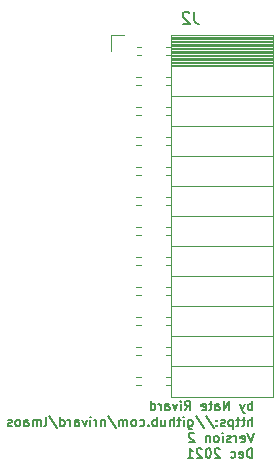
<source format=gbr>
%TF.GenerationSoftware,KiCad,Pcbnew,(5.1.12-1-10_14)*%
%TF.CreationDate,2022-01-05T14:26:23+01:00*%
%TF.ProjectId,viaduct,76696164-7563-4742-9e6b-696361645f70,rev?*%
%TF.SameCoordinates,Original*%
%TF.FileFunction,Legend,Bot*%
%TF.FilePolarity,Positive*%
%FSLAX46Y46*%
G04 Gerber Fmt 4.6, Leading zero omitted, Abs format (unit mm)*
G04 Created by KiCad (PCBNEW (5.1.12-1-10_14)) date 2022-01-05 14:26:23*
%MOMM*%
%LPD*%
G01*
G04 APERTURE LIST*
%ADD10C,0.150000*%
%ADD11C,0.120000*%
G04 APERTURE END LIST*
D10*
X185386023Y-130480404D02*
X185386023Y-129680404D01*
X185386023Y-129985166D02*
X185309833Y-129947071D01*
X185157452Y-129947071D01*
X185081261Y-129985166D01*
X185043166Y-130023261D01*
X185005071Y-130099452D01*
X185005071Y-130328023D01*
X185043166Y-130404214D01*
X185081261Y-130442309D01*
X185157452Y-130480404D01*
X185309833Y-130480404D01*
X185386023Y-130442309D01*
X184738404Y-129947071D02*
X184547928Y-130480404D01*
X184357452Y-129947071D02*
X184547928Y-130480404D01*
X184624119Y-130670880D01*
X184662214Y-130708976D01*
X184738404Y-130747071D01*
X183443166Y-130480404D02*
X183443166Y-129680404D01*
X182986023Y-130480404D01*
X182986023Y-129680404D01*
X182262214Y-130480404D02*
X182262214Y-130061357D01*
X182300309Y-129985166D01*
X182376500Y-129947071D01*
X182528880Y-129947071D01*
X182605071Y-129985166D01*
X182262214Y-130442309D02*
X182338404Y-130480404D01*
X182528880Y-130480404D01*
X182605071Y-130442309D01*
X182643166Y-130366119D01*
X182643166Y-130289928D01*
X182605071Y-130213738D01*
X182528880Y-130175642D01*
X182338404Y-130175642D01*
X182262214Y-130137547D01*
X181995547Y-129947071D02*
X181690785Y-129947071D01*
X181881261Y-129680404D02*
X181881261Y-130366119D01*
X181843166Y-130442309D01*
X181766976Y-130480404D01*
X181690785Y-130480404D01*
X181119357Y-130442309D02*
X181195547Y-130480404D01*
X181347928Y-130480404D01*
X181424119Y-130442309D01*
X181462214Y-130366119D01*
X181462214Y-130061357D01*
X181424119Y-129985166D01*
X181347928Y-129947071D01*
X181195547Y-129947071D01*
X181119357Y-129985166D01*
X181081261Y-130061357D01*
X181081261Y-130137547D01*
X181462214Y-130213738D01*
X179671738Y-130480404D02*
X179938404Y-130099452D01*
X180128880Y-130480404D02*
X180128880Y-129680404D01*
X179824119Y-129680404D01*
X179747928Y-129718500D01*
X179709833Y-129756595D01*
X179671738Y-129832785D01*
X179671738Y-129947071D01*
X179709833Y-130023261D01*
X179747928Y-130061357D01*
X179824119Y-130099452D01*
X180128880Y-130099452D01*
X179328880Y-130480404D02*
X179328880Y-129947071D01*
X179328880Y-129680404D02*
X179366976Y-129718500D01*
X179328880Y-129756595D01*
X179290785Y-129718500D01*
X179328880Y-129680404D01*
X179328880Y-129756595D01*
X179024119Y-129947071D02*
X178833642Y-130480404D01*
X178643166Y-129947071D01*
X177995547Y-130480404D02*
X177995547Y-130061357D01*
X178033642Y-129985166D01*
X178109833Y-129947071D01*
X178262214Y-129947071D01*
X178338404Y-129985166D01*
X177995547Y-130442309D02*
X178071738Y-130480404D01*
X178262214Y-130480404D01*
X178338404Y-130442309D01*
X178376500Y-130366119D01*
X178376500Y-130289928D01*
X178338404Y-130213738D01*
X178262214Y-130175642D01*
X178071738Y-130175642D01*
X177995547Y-130137547D01*
X177614595Y-130480404D02*
X177614595Y-129947071D01*
X177614595Y-130099452D02*
X177576500Y-130023261D01*
X177538404Y-129985166D01*
X177462214Y-129947071D01*
X177386023Y-129947071D01*
X176776500Y-130480404D02*
X176776500Y-129680404D01*
X176776500Y-130442309D02*
X176852690Y-130480404D01*
X177005071Y-130480404D01*
X177081261Y-130442309D01*
X177119357Y-130404214D01*
X177157452Y-130328023D01*
X177157452Y-130099452D01*
X177119357Y-130023261D01*
X177081261Y-129985166D01*
X177005071Y-129947071D01*
X176852690Y-129947071D01*
X176776500Y-129985166D01*
X185386023Y-131830404D02*
X185386023Y-131030404D01*
X185043166Y-131830404D02*
X185043166Y-131411357D01*
X185081261Y-131335166D01*
X185157452Y-131297071D01*
X185271738Y-131297071D01*
X185347928Y-131335166D01*
X185386023Y-131373261D01*
X184776500Y-131297071D02*
X184471738Y-131297071D01*
X184662214Y-131030404D02*
X184662214Y-131716119D01*
X184624119Y-131792309D01*
X184547928Y-131830404D01*
X184471738Y-131830404D01*
X184319357Y-131297071D02*
X184014595Y-131297071D01*
X184205071Y-131030404D02*
X184205071Y-131716119D01*
X184166976Y-131792309D01*
X184090785Y-131830404D01*
X184014595Y-131830404D01*
X183747928Y-131297071D02*
X183747928Y-132097071D01*
X183747928Y-131335166D02*
X183671738Y-131297071D01*
X183519357Y-131297071D01*
X183443166Y-131335166D01*
X183405071Y-131373261D01*
X183366976Y-131449452D01*
X183366976Y-131678023D01*
X183405071Y-131754214D01*
X183443166Y-131792309D01*
X183519357Y-131830404D01*
X183671738Y-131830404D01*
X183747928Y-131792309D01*
X183062214Y-131792309D02*
X182986023Y-131830404D01*
X182833642Y-131830404D01*
X182757452Y-131792309D01*
X182719357Y-131716119D01*
X182719357Y-131678023D01*
X182757452Y-131601833D01*
X182833642Y-131563738D01*
X182947928Y-131563738D01*
X183024119Y-131525642D01*
X183062214Y-131449452D01*
X183062214Y-131411357D01*
X183024119Y-131335166D01*
X182947928Y-131297071D01*
X182833642Y-131297071D01*
X182757452Y-131335166D01*
X182376500Y-131754214D02*
X182338404Y-131792309D01*
X182376500Y-131830404D01*
X182414595Y-131792309D01*
X182376500Y-131754214D01*
X182376500Y-131830404D01*
X182376500Y-131335166D02*
X182338404Y-131373261D01*
X182376500Y-131411357D01*
X182414595Y-131373261D01*
X182376500Y-131335166D01*
X182376500Y-131411357D01*
X181424119Y-130992309D02*
X182109833Y-132020880D01*
X180586023Y-130992309D02*
X181271738Y-132020880D01*
X179976499Y-131297071D02*
X179976499Y-131944690D01*
X180014595Y-132020880D01*
X180052690Y-132058976D01*
X180128880Y-132097071D01*
X180243166Y-132097071D01*
X180319357Y-132058976D01*
X179976499Y-131792309D02*
X180052690Y-131830404D01*
X180205071Y-131830404D01*
X180281261Y-131792309D01*
X180319357Y-131754214D01*
X180357452Y-131678023D01*
X180357452Y-131449452D01*
X180319357Y-131373261D01*
X180281261Y-131335166D01*
X180205071Y-131297071D01*
X180052690Y-131297071D01*
X179976499Y-131335166D01*
X179595547Y-131830404D02*
X179595547Y-131297071D01*
X179595547Y-131030404D02*
X179633642Y-131068500D01*
X179595547Y-131106595D01*
X179557452Y-131068500D01*
X179595547Y-131030404D01*
X179595547Y-131106595D01*
X179328880Y-131297071D02*
X179024119Y-131297071D01*
X179214595Y-131030404D02*
X179214595Y-131716119D01*
X179176499Y-131792309D01*
X179100309Y-131830404D01*
X179024119Y-131830404D01*
X178757452Y-131830404D02*
X178757452Y-131030404D01*
X178414595Y-131830404D02*
X178414595Y-131411357D01*
X178452690Y-131335166D01*
X178528880Y-131297071D01*
X178643166Y-131297071D01*
X178719357Y-131335166D01*
X178757452Y-131373261D01*
X177690785Y-131297071D02*
X177690785Y-131830404D01*
X178033642Y-131297071D02*
X178033642Y-131716119D01*
X177995547Y-131792309D01*
X177919357Y-131830404D01*
X177805071Y-131830404D01*
X177728880Y-131792309D01*
X177690785Y-131754214D01*
X177309833Y-131830404D02*
X177309833Y-131030404D01*
X177309833Y-131335166D02*
X177233642Y-131297071D01*
X177081261Y-131297071D01*
X177005071Y-131335166D01*
X176966976Y-131373261D01*
X176928880Y-131449452D01*
X176928880Y-131678023D01*
X176966976Y-131754214D01*
X177005071Y-131792309D01*
X177081261Y-131830404D01*
X177233642Y-131830404D01*
X177309833Y-131792309D01*
X176586023Y-131754214D02*
X176547928Y-131792309D01*
X176586023Y-131830404D01*
X176624119Y-131792309D01*
X176586023Y-131754214D01*
X176586023Y-131830404D01*
X175862214Y-131792309D02*
X175938404Y-131830404D01*
X176090785Y-131830404D01*
X176166976Y-131792309D01*
X176205071Y-131754214D01*
X176243166Y-131678023D01*
X176243166Y-131449452D01*
X176205071Y-131373261D01*
X176166976Y-131335166D01*
X176090785Y-131297071D01*
X175938404Y-131297071D01*
X175862214Y-131335166D01*
X175405071Y-131830404D02*
X175481261Y-131792309D01*
X175519357Y-131754214D01*
X175557452Y-131678023D01*
X175557452Y-131449452D01*
X175519357Y-131373261D01*
X175481261Y-131335166D01*
X175405071Y-131297071D01*
X175290785Y-131297071D01*
X175214595Y-131335166D01*
X175176499Y-131373261D01*
X175138404Y-131449452D01*
X175138404Y-131678023D01*
X175176499Y-131754214D01*
X175214595Y-131792309D01*
X175290785Y-131830404D01*
X175405071Y-131830404D01*
X174795547Y-131830404D02*
X174795547Y-131297071D01*
X174795547Y-131373261D02*
X174757452Y-131335166D01*
X174681261Y-131297071D01*
X174566976Y-131297071D01*
X174490785Y-131335166D01*
X174452690Y-131411357D01*
X174452690Y-131830404D01*
X174452690Y-131411357D02*
X174414595Y-131335166D01*
X174338404Y-131297071D01*
X174224119Y-131297071D01*
X174147928Y-131335166D01*
X174109833Y-131411357D01*
X174109833Y-131830404D01*
X173157452Y-130992309D02*
X173843166Y-132020880D01*
X172890785Y-131297071D02*
X172890785Y-131830404D01*
X172890785Y-131373261D02*
X172852690Y-131335166D01*
X172776499Y-131297071D01*
X172662214Y-131297071D01*
X172586023Y-131335166D01*
X172547928Y-131411357D01*
X172547928Y-131830404D01*
X172166976Y-131830404D02*
X172166976Y-131297071D01*
X172166976Y-131449452D02*
X172128880Y-131373261D01*
X172090785Y-131335166D01*
X172014595Y-131297071D01*
X171938404Y-131297071D01*
X171671738Y-131830404D02*
X171671738Y-131297071D01*
X171671738Y-131030404D02*
X171709833Y-131068500D01*
X171671738Y-131106595D01*
X171633642Y-131068500D01*
X171671738Y-131030404D01*
X171671738Y-131106595D01*
X171366976Y-131297071D02*
X171176499Y-131830404D01*
X170986023Y-131297071D01*
X170338404Y-131830404D02*
X170338404Y-131411357D01*
X170376499Y-131335166D01*
X170452690Y-131297071D01*
X170605071Y-131297071D01*
X170681261Y-131335166D01*
X170338404Y-131792309D02*
X170414595Y-131830404D01*
X170605071Y-131830404D01*
X170681261Y-131792309D01*
X170719357Y-131716119D01*
X170719357Y-131639928D01*
X170681261Y-131563738D01*
X170605071Y-131525642D01*
X170414595Y-131525642D01*
X170338404Y-131487547D01*
X169957452Y-131830404D02*
X169957452Y-131297071D01*
X169957452Y-131449452D02*
X169919357Y-131373261D01*
X169881261Y-131335166D01*
X169805071Y-131297071D01*
X169728880Y-131297071D01*
X169119357Y-131830404D02*
X169119357Y-131030404D01*
X169119357Y-131792309D02*
X169195547Y-131830404D01*
X169347928Y-131830404D01*
X169424119Y-131792309D01*
X169462214Y-131754214D01*
X169500309Y-131678023D01*
X169500309Y-131449452D01*
X169462214Y-131373261D01*
X169424119Y-131335166D01*
X169347928Y-131297071D01*
X169195547Y-131297071D01*
X169119357Y-131335166D01*
X168166976Y-130992309D02*
X168852690Y-132020880D01*
X167786023Y-131830404D02*
X167862214Y-131792309D01*
X167900309Y-131716119D01*
X167900309Y-131030404D01*
X167481261Y-131830404D02*
X167481261Y-131297071D01*
X167481261Y-131373261D02*
X167443166Y-131335166D01*
X167366976Y-131297071D01*
X167252690Y-131297071D01*
X167176500Y-131335166D01*
X167138404Y-131411357D01*
X167138404Y-131830404D01*
X167138404Y-131411357D02*
X167100309Y-131335166D01*
X167024119Y-131297071D01*
X166909833Y-131297071D01*
X166833642Y-131335166D01*
X166795547Y-131411357D01*
X166795547Y-131830404D01*
X166071738Y-131830404D02*
X166071738Y-131411357D01*
X166109833Y-131335166D01*
X166186023Y-131297071D01*
X166338404Y-131297071D01*
X166414595Y-131335166D01*
X166071738Y-131792309D02*
X166147928Y-131830404D01*
X166338404Y-131830404D01*
X166414595Y-131792309D01*
X166452690Y-131716119D01*
X166452690Y-131639928D01*
X166414595Y-131563738D01*
X166338404Y-131525642D01*
X166147928Y-131525642D01*
X166071738Y-131487547D01*
X165576500Y-131830404D02*
X165652690Y-131792309D01*
X165690785Y-131754214D01*
X165728880Y-131678023D01*
X165728880Y-131449452D01*
X165690785Y-131373261D01*
X165652690Y-131335166D01*
X165576500Y-131297071D01*
X165462214Y-131297071D01*
X165386023Y-131335166D01*
X165347928Y-131373261D01*
X165309833Y-131449452D01*
X165309833Y-131678023D01*
X165347928Y-131754214D01*
X165386023Y-131792309D01*
X165462214Y-131830404D01*
X165576500Y-131830404D01*
X165005071Y-131792309D02*
X164928880Y-131830404D01*
X164776500Y-131830404D01*
X164700309Y-131792309D01*
X164662214Y-131716119D01*
X164662214Y-131678023D01*
X164700309Y-131601833D01*
X164776500Y-131563738D01*
X164890785Y-131563738D01*
X164966976Y-131525642D01*
X165005071Y-131449452D01*
X165005071Y-131411357D01*
X164966976Y-131335166D01*
X164890785Y-131297071D01*
X164776500Y-131297071D01*
X164700309Y-131335166D01*
X185500309Y-132380404D02*
X185233642Y-133180404D01*
X184966976Y-132380404D01*
X184395547Y-133142309D02*
X184471738Y-133180404D01*
X184624119Y-133180404D01*
X184700309Y-133142309D01*
X184738404Y-133066119D01*
X184738404Y-132761357D01*
X184700309Y-132685166D01*
X184624119Y-132647071D01*
X184471738Y-132647071D01*
X184395547Y-132685166D01*
X184357452Y-132761357D01*
X184357452Y-132837547D01*
X184738404Y-132913738D01*
X184014595Y-133180404D02*
X184014595Y-132647071D01*
X184014595Y-132799452D02*
X183976500Y-132723261D01*
X183938404Y-132685166D01*
X183862214Y-132647071D01*
X183786023Y-132647071D01*
X183557452Y-133142309D02*
X183481261Y-133180404D01*
X183328880Y-133180404D01*
X183252690Y-133142309D01*
X183214595Y-133066119D01*
X183214595Y-133028023D01*
X183252690Y-132951833D01*
X183328880Y-132913738D01*
X183443166Y-132913738D01*
X183519357Y-132875642D01*
X183557452Y-132799452D01*
X183557452Y-132761357D01*
X183519357Y-132685166D01*
X183443166Y-132647071D01*
X183328880Y-132647071D01*
X183252690Y-132685166D01*
X182871738Y-133180404D02*
X182871738Y-132647071D01*
X182871738Y-132380404D02*
X182909833Y-132418500D01*
X182871738Y-132456595D01*
X182833642Y-132418500D01*
X182871738Y-132380404D01*
X182871738Y-132456595D01*
X182376500Y-133180404D02*
X182452690Y-133142309D01*
X182490785Y-133104214D01*
X182528880Y-133028023D01*
X182528880Y-132799452D01*
X182490785Y-132723261D01*
X182452690Y-132685166D01*
X182376500Y-132647071D01*
X182262214Y-132647071D01*
X182186023Y-132685166D01*
X182147928Y-132723261D01*
X182109833Y-132799452D01*
X182109833Y-133028023D01*
X182147928Y-133104214D01*
X182186023Y-133142309D01*
X182262214Y-133180404D01*
X182376500Y-133180404D01*
X181766976Y-132647071D02*
X181766976Y-133180404D01*
X181766976Y-132723261D02*
X181728880Y-132685166D01*
X181652690Y-132647071D01*
X181538404Y-132647071D01*
X181462214Y-132685166D01*
X181424119Y-132761357D01*
X181424119Y-133180404D01*
X180471738Y-132456595D02*
X180433642Y-132418500D01*
X180357452Y-132380404D01*
X180166976Y-132380404D01*
X180090785Y-132418500D01*
X180052690Y-132456595D01*
X180014595Y-132532785D01*
X180014595Y-132608976D01*
X180052690Y-132723261D01*
X180509833Y-133180404D01*
X180014595Y-133180404D01*
X185386023Y-134530404D02*
X185386023Y-133730404D01*
X185195547Y-133730404D01*
X185081261Y-133768500D01*
X185005071Y-133844690D01*
X184966976Y-133920880D01*
X184928880Y-134073261D01*
X184928880Y-134187547D01*
X184966976Y-134339928D01*
X185005071Y-134416119D01*
X185081261Y-134492309D01*
X185195547Y-134530404D01*
X185386023Y-134530404D01*
X184281261Y-134492309D02*
X184357452Y-134530404D01*
X184509833Y-134530404D01*
X184586023Y-134492309D01*
X184624119Y-134416119D01*
X184624119Y-134111357D01*
X184586023Y-134035166D01*
X184509833Y-133997071D01*
X184357452Y-133997071D01*
X184281261Y-134035166D01*
X184243166Y-134111357D01*
X184243166Y-134187547D01*
X184624119Y-134263738D01*
X183557452Y-134492309D02*
X183633642Y-134530404D01*
X183786023Y-134530404D01*
X183862214Y-134492309D01*
X183900309Y-134454214D01*
X183938404Y-134378023D01*
X183938404Y-134149452D01*
X183900309Y-134073261D01*
X183862214Y-134035166D01*
X183786023Y-133997071D01*
X183633642Y-133997071D01*
X183557452Y-134035166D01*
X182643166Y-133806595D02*
X182605071Y-133768500D01*
X182528880Y-133730404D01*
X182338404Y-133730404D01*
X182262214Y-133768500D01*
X182224119Y-133806595D01*
X182186023Y-133882785D01*
X182186023Y-133958976D01*
X182224119Y-134073261D01*
X182681261Y-134530404D01*
X182186023Y-134530404D01*
X181690785Y-133730404D02*
X181614595Y-133730404D01*
X181538404Y-133768500D01*
X181500309Y-133806595D01*
X181462214Y-133882785D01*
X181424119Y-134035166D01*
X181424119Y-134225642D01*
X181462214Y-134378023D01*
X181500309Y-134454214D01*
X181538404Y-134492309D01*
X181614595Y-134530404D01*
X181690785Y-134530404D01*
X181766976Y-134492309D01*
X181805071Y-134454214D01*
X181843166Y-134378023D01*
X181881261Y-134225642D01*
X181881261Y-134035166D01*
X181843166Y-133882785D01*
X181805071Y-133806595D01*
X181766976Y-133768500D01*
X181690785Y-133730404D01*
X181119357Y-133806595D02*
X181081261Y-133768500D01*
X181005071Y-133730404D01*
X180814595Y-133730404D01*
X180738404Y-133768500D01*
X180700309Y-133806595D01*
X180662214Y-133882785D01*
X180662214Y-133958976D01*
X180700309Y-134073261D01*
X181157452Y-134530404D01*
X180662214Y-134530404D01*
X179900309Y-134530404D02*
X180357452Y-134530404D01*
X180128880Y-134530404D02*
X180128880Y-133730404D01*
X180205071Y-133844690D01*
X180281261Y-133920880D01*
X180357452Y-133958976D01*
D11*
%TO.C,J2*%
X174498000Y-98746000D02*
X173388000Y-98746000D01*
X173388000Y-98746000D02*
X173388000Y-100076000D01*
X187128000Y-98746000D02*
X187128000Y-129346000D01*
X187128000Y-129346000D02*
X178498000Y-129346000D01*
X178498000Y-98746000D02*
X178498000Y-129346000D01*
X187128000Y-98746000D02*
X178498000Y-98746000D01*
X187128000Y-126746000D02*
X178498000Y-126746000D01*
X187128000Y-124206000D02*
X178498000Y-124206000D01*
X187128000Y-121666000D02*
X178498000Y-121666000D01*
X187128000Y-119126000D02*
X178498000Y-119126000D01*
X187128000Y-116586000D02*
X178498000Y-116586000D01*
X187128000Y-114046000D02*
X178498000Y-114046000D01*
X187128000Y-111506000D02*
X178498000Y-111506000D01*
X187128000Y-108966000D02*
X178498000Y-108966000D01*
X187128000Y-106426000D02*
X178498000Y-106426000D01*
X187128000Y-103886000D02*
X178498000Y-103886000D01*
X187128000Y-101346000D02*
X178498000Y-101346000D01*
X175988000Y-128376000D02*
X175548000Y-128376000D01*
X178498000Y-128376000D02*
X178088000Y-128376000D01*
X175988000Y-127656000D02*
X175548000Y-127656000D01*
X178498000Y-127656000D02*
X178088000Y-127656000D01*
X175988000Y-125836000D02*
X175548000Y-125836000D01*
X178498000Y-125836000D02*
X178088000Y-125836000D01*
X175988000Y-125116000D02*
X175548000Y-125116000D01*
X178498000Y-125116000D02*
X178088000Y-125116000D01*
X175988000Y-123296000D02*
X175548000Y-123296000D01*
X178498000Y-123296000D02*
X178088000Y-123296000D01*
X175988000Y-122576000D02*
X175548000Y-122576000D01*
X178498000Y-122576000D02*
X178088000Y-122576000D01*
X175988000Y-120756000D02*
X175548000Y-120756000D01*
X178498000Y-120756000D02*
X178088000Y-120756000D01*
X175988000Y-120036000D02*
X175548000Y-120036000D01*
X178498000Y-120036000D02*
X178088000Y-120036000D01*
X175988000Y-118216000D02*
X175548000Y-118216000D01*
X178498000Y-118216000D02*
X178088000Y-118216000D01*
X175988000Y-117496000D02*
X175548000Y-117496000D01*
X178498000Y-117496000D02*
X178088000Y-117496000D01*
X175988000Y-115676000D02*
X175548000Y-115676000D01*
X178498000Y-115676000D02*
X178088000Y-115676000D01*
X175988000Y-114956000D02*
X175548000Y-114956000D01*
X178498000Y-114956000D02*
X178088000Y-114956000D01*
X175988000Y-113136000D02*
X175548000Y-113136000D01*
X178498000Y-113136000D02*
X178088000Y-113136000D01*
X175988000Y-112416000D02*
X175548000Y-112416000D01*
X178498000Y-112416000D02*
X178088000Y-112416000D01*
X175988000Y-110596000D02*
X175548000Y-110596000D01*
X178498000Y-110596000D02*
X178088000Y-110596000D01*
X175988000Y-109876000D02*
X175548000Y-109876000D01*
X178498000Y-109876000D02*
X178088000Y-109876000D01*
X175988000Y-108056000D02*
X175548000Y-108056000D01*
X178498000Y-108056000D02*
X178088000Y-108056000D01*
X175988000Y-107336000D02*
X175548000Y-107336000D01*
X178498000Y-107336000D02*
X178088000Y-107336000D01*
X175988000Y-105516000D02*
X175548000Y-105516000D01*
X178498000Y-105516000D02*
X178088000Y-105516000D01*
X175988000Y-104796000D02*
X175548000Y-104796000D01*
X178498000Y-104796000D02*
X178088000Y-104796000D01*
X175988000Y-102976000D02*
X175548000Y-102976000D01*
X178498000Y-102976000D02*
X178088000Y-102976000D01*
X175988000Y-102256000D02*
X175548000Y-102256000D01*
X178498000Y-102256000D02*
X178088000Y-102256000D01*
X175988000Y-100436000D02*
X175608000Y-100436000D01*
X178498000Y-100436000D02*
X178088000Y-100436000D01*
X175988000Y-99716000D02*
X175608000Y-99716000D01*
X178498000Y-99716000D02*
X178088000Y-99716000D01*
X187128000Y-101227900D02*
X178498000Y-101227900D01*
X187128000Y-101109805D02*
X178498000Y-101109805D01*
X187128000Y-100991710D02*
X178498000Y-100991710D01*
X187128000Y-100873615D02*
X178498000Y-100873615D01*
X187128000Y-100755520D02*
X178498000Y-100755520D01*
X187128000Y-100637425D02*
X178498000Y-100637425D01*
X187128000Y-100519330D02*
X178498000Y-100519330D01*
X187128000Y-100401235D02*
X178498000Y-100401235D01*
X187128000Y-100283140D02*
X178498000Y-100283140D01*
X187128000Y-100165045D02*
X178498000Y-100165045D01*
X187128000Y-100046950D02*
X178498000Y-100046950D01*
X187128000Y-99928855D02*
X178498000Y-99928855D01*
X187128000Y-99810760D02*
X178498000Y-99810760D01*
X187128000Y-99692665D02*
X178498000Y-99692665D01*
X187128000Y-99574570D02*
X178498000Y-99574570D01*
X187128000Y-99456475D02*
X178498000Y-99456475D01*
X187128000Y-99338380D02*
X178498000Y-99338380D01*
X187128000Y-99220285D02*
X178498000Y-99220285D01*
X187128000Y-99102190D02*
X178498000Y-99102190D01*
X187128000Y-98984095D02*
X178498000Y-98984095D01*
X187128000Y-98866000D02*
X178498000Y-98866000D01*
D10*
X180481333Y-96758380D02*
X180481333Y-97472666D01*
X180528952Y-97615523D01*
X180624190Y-97710761D01*
X180767047Y-97758380D01*
X180862285Y-97758380D01*
X180052761Y-96853619D02*
X180005142Y-96806000D01*
X179909904Y-96758380D01*
X179671809Y-96758380D01*
X179576571Y-96806000D01*
X179528952Y-96853619D01*
X179481333Y-96948857D01*
X179481333Y-97044095D01*
X179528952Y-97186952D01*
X180100380Y-97758380D01*
X179481333Y-97758380D01*
%TD*%
M02*

</source>
